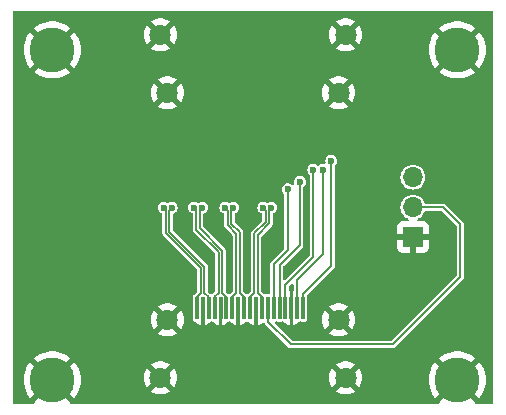
<source format=gbr>
%TF.GenerationSoftware,KiCad,Pcbnew,8.0.4*%
%TF.CreationDate,2024-07-29T14:13:33-07:00*%
%TF.ProjectId,hdmi,68646d69-2e6b-4696-9361-645f70636258,rev?*%
%TF.SameCoordinates,Original*%
%TF.FileFunction,Copper,L2,Bot*%
%TF.FilePolarity,Positive*%
%FSLAX46Y46*%
G04 Gerber Fmt 4.6, Leading zero omitted, Abs format (unit mm)*
G04 Created by KiCad (PCBNEW 8.0.4) date 2024-07-29 14:13:33*
%MOMM*%
%LPD*%
G01*
G04 APERTURE LIST*
%TA.AperFunction,ComponentPad*%
%ADD10C,1.800000*%
%TD*%
%TA.AperFunction,ComponentPad*%
%ADD11C,3.800000*%
%TD*%
%TA.AperFunction,ComponentPad*%
%ADD12R,1.700000X1.700000*%
%TD*%
%TA.AperFunction,ComponentPad*%
%ADD13O,1.700000X1.700000*%
%TD*%
%TA.AperFunction,SMDPad,CuDef*%
%ADD14R,0.300000X1.900000*%
%TD*%
%TA.AperFunction,ViaPad*%
%ADD15C,0.600000*%
%TD*%
%TA.AperFunction,Conductor*%
%ADD16C,0.200000*%
%TD*%
G04 APERTURE END LIST*
D10*
%TO.P,J1,SH,SH*%
%TO.N,GND*%
X148030000Y-86360000D03*
X147430000Y-91260000D03*
X132930000Y-91260000D03*
X132330000Y-86360000D03*
%TD*%
D11*
%TO.P,REF\u002A\u002A,1*%
%TO.N,GND*%
X123190000Y-115570000D03*
%TD*%
%TO.P,REF\u002A\u002A,1*%
%TO.N,GND*%
X123190000Y-87630000D03*
%TD*%
%TO.P,REF\u002A\u002A,1*%
%TO.N,GND*%
X157480000Y-115570000D03*
%TD*%
%TO.P,REF\u002A\u002A,1*%
%TO.N,GND*%
X157480000Y-87630000D03*
%TD*%
D12*
%TO.P,J3,1,Pin_1*%
%TO.N,GND*%
X153720800Y-103490000D03*
D13*
%TO.P,J3,2,Pin_2*%
%TO.N,Net-(J2-CEC)*%
X153720800Y-100950000D03*
%TO.P,J3,3,Pin_3*%
%TO.N,Net-(J1-CEC)*%
X153720800Y-98410000D03*
%TD*%
D14*
%TO.P,J2,1,D2+*%
%TO.N,/D2+*%
X135430000Y-109490000D03*
%TO.P,J2,2,D2S*%
%TO.N,GND*%
X135930000Y-109490000D03*
%TO.P,J2,3,D2-*%
%TO.N,/D2-*%
X136430000Y-109490000D03*
%TO.P,J2,4,D1+*%
%TO.N,/D1+*%
X136930000Y-109490000D03*
%TO.P,J2,5,D1S*%
%TO.N,GND*%
X137430000Y-109490000D03*
%TO.P,J2,6,D1-*%
%TO.N,/D1-*%
X137930000Y-109490000D03*
%TO.P,J2,7,D0+*%
%TO.N,/D0+*%
X138430000Y-109490000D03*
%TO.P,J2,8,D0S*%
%TO.N,GND*%
X138930000Y-109490000D03*
%TO.P,J2,9,D0-*%
%TO.N,/D0-*%
X139430000Y-109490000D03*
%TO.P,J2,10,CK+*%
%TO.N,/CK+*%
X139930000Y-109490000D03*
%TO.P,J2,11,CKS*%
%TO.N,GND*%
X140430000Y-109490000D03*
%TO.P,J2,12,CK-*%
%TO.N,/CK-*%
X140930000Y-109490000D03*
%TO.P,J2,13,CEC*%
%TO.N,Net-(J2-CEC)*%
X141430000Y-109490000D03*
%TO.P,J2,14,UTILITY*%
%TO.N,Net-(J1-UTILITY)*%
X141930000Y-109490000D03*
%TO.P,J2,15,SCL*%
%TO.N,Net-(J1-SCL)*%
X142430000Y-109490000D03*
%TO.P,J2,16,SDA*%
%TO.N,Net-(J1-SDA)*%
X142930000Y-109490000D03*
%TO.P,J2,17,GND*%
%TO.N,GND*%
X143430000Y-109490000D03*
%TO.P,J2,18,+5V*%
%TO.N,Net-(J1-+5V)*%
X143930000Y-109490000D03*
%TO.P,J2,19,HPD*%
%TO.N,Net-(J1-HPD)*%
X144430000Y-109490000D03*
D10*
%TO.P,J2,SH,SH*%
%TO.N,GND*%
X148030000Y-115390000D03*
X147430000Y-110490000D03*
X132930000Y-110490000D03*
X132330000Y-115390000D03*
%TD*%
D15*
%TO.N,Net-(J1-HPD)*%
X146812000Y-97028000D03*
%TO.N,Net-(J1-SDA)*%
X145288000Y-97790000D03*
%TO.N,Net-(J1-UTILITY)*%
X143129000Y-99441000D03*
%TO.N,Net-(J1-SCL)*%
X144145000Y-98806000D03*
%TO.N,/D0+*%
X137828500Y-100980000D03*
%TO.N,/D1+*%
X135188500Y-100980000D03*
%TO.N,/D2+*%
X132608500Y-100980000D03*
%TO.N,/D1-*%
X135871500Y-100980000D03*
%TO.N,/D0-*%
X138511500Y-100980000D03*
%TO.N,/D2-*%
X133291500Y-100980000D03*
%TO.N,/CK+*%
X141048500Y-100980000D03*
%TO.N,/CK-*%
X141731500Y-100980000D03*
%TO.N,Net-(J1-+5V)*%
X146088003Y-97790000D03*
%TD*%
D16*
%TO.N,Net-(J1-HPD)*%
X146812000Y-97028000D02*
X146812000Y-105918000D01*
X146812000Y-105918000D02*
X144430000Y-108300000D01*
X144430000Y-108300000D02*
X144430000Y-109490000D01*
%TO.N,Net-(J1-SDA)*%
X145288000Y-97790000D02*
X145288000Y-105156000D01*
X142930000Y-107514000D02*
X142930000Y-109490000D01*
X145288000Y-105156000D02*
X142930000Y-107514000D01*
%TO.N,Net-(J1-UTILITY)*%
X143129000Y-99441000D02*
X143129000Y-104590314D01*
X143129000Y-104590314D02*
X141930000Y-105789314D01*
X141930000Y-105789314D02*
X141930000Y-109490000D01*
%TO.N,Net-(J1-SCL)*%
X142430000Y-105855000D02*
X142430000Y-109490000D01*
X144145000Y-98806000D02*
X144145000Y-104140000D01*
X144145000Y-104140000D02*
X142430000Y-105855000D01*
%TO.N,Net-(J2-CEC)*%
X157734000Y-106883200D02*
X157734000Y-102412800D01*
X141430000Y-109490000D02*
X141430000Y-110640000D01*
X156250400Y-100950000D02*
X153720800Y-100950000D01*
X152044400Y-112572800D02*
X157734000Y-106883200D01*
X143362800Y-112572800D02*
X152044400Y-112572800D01*
X156260800Y-100939600D02*
X156250400Y-100950000D01*
X141430000Y-110640000D02*
X143362800Y-112572800D01*
X157734000Y-102412800D02*
X156260800Y-100939600D01*
%TO.N,/D0+*%
X138770001Y-103208613D02*
X138030000Y-102468612D01*
X138030000Y-102468612D02*
X138030000Y-101181500D01*
X138411501Y-108545000D02*
X138770001Y-108186500D01*
X138770001Y-108186500D02*
X138770001Y-103208613D01*
X138030000Y-101181500D02*
X137828500Y-100980000D01*
X138411501Y-109970001D02*
X138411501Y-108545000D01*
%TO.N,/D1+*%
X135390000Y-101346000D02*
X135390000Y-101181500D01*
X135390000Y-102868612D02*
X135390000Y-101346000D01*
X136911501Y-109970001D02*
X136911501Y-108545000D01*
X135390000Y-101181500D02*
X135188500Y-100980000D01*
X136911501Y-108545000D02*
X137270001Y-108186500D01*
X137270001Y-104748613D02*
X135390000Y-102868612D01*
X135390000Y-101346000D02*
X135390000Y-101170000D01*
X137270001Y-108186500D02*
X137270001Y-104748613D01*
%TO.N,/D2+*%
X132808499Y-101179999D02*
X132608500Y-100980000D01*
X135411501Y-109970001D02*
X135411501Y-108545000D01*
X132808499Y-103137111D02*
X132808499Y-101179999D01*
X135770001Y-106098613D02*
X132808499Y-103137111D01*
X135411501Y-108545000D02*
X135770001Y-108186500D01*
X135770001Y-108186500D02*
X135770001Y-106098613D01*
%TO.N,/D1-*%
X137911501Y-108545000D02*
X137553001Y-108186500D01*
X137553001Y-108186500D02*
X137553001Y-104631389D01*
X137911501Y-109970001D02*
X137911501Y-108545000D01*
X135673002Y-102751390D02*
X135673002Y-101170000D01*
X135673002Y-101170000D02*
X135681500Y-101170000D01*
X137553001Y-104631389D02*
X135673002Y-102751390D01*
X135681500Y-101170000D02*
X135871500Y-100980000D01*
%TO.N,/D0-*%
X139053001Y-103091389D02*
X138313002Y-102351390D01*
X139411501Y-109970001D02*
X139411501Y-108545000D01*
X138313002Y-102351390D02*
X138313002Y-101178498D01*
X139053001Y-108186500D02*
X139053001Y-103091389D01*
X139411501Y-108545000D02*
X139053001Y-108186500D01*
X138313002Y-101178498D02*
X138511500Y-100980000D01*
%TO.N,/D2-*%
X136411501Y-108545000D02*
X136053001Y-108186500D01*
X136053001Y-105981389D02*
X133091501Y-103019889D01*
X136053001Y-108186500D02*
X136053001Y-105981389D01*
X133091501Y-101179999D02*
X133291500Y-100980000D01*
X133091501Y-103019889D02*
X133091501Y-101179999D01*
X136411501Y-109970001D02*
X136411501Y-108545000D01*
%TO.N,/CK+*%
X141250000Y-101181500D02*
X141048500Y-100980000D01*
X140300001Y-103151389D02*
X141250000Y-102201390D01*
X139941501Y-109970001D02*
X139941501Y-108545000D01*
X139941501Y-108545000D02*
X140300001Y-108186500D01*
X141250000Y-102201390D02*
X141250000Y-101181500D01*
X140300001Y-108186500D02*
X140300001Y-103151389D01*
%TO.N,/CK-*%
X140583001Y-103268613D02*
X141533002Y-102318612D01*
X140941501Y-109970001D02*
X140941501Y-108545000D01*
X140941501Y-108545000D02*
X140583001Y-108186500D01*
X141533002Y-102318612D02*
X141533002Y-101178498D01*
X140583001Y-108186500D02*
X140583001Y-103268613D01*
X141533002Y-101178498D02*
X141731500Y-100980000D01*
%TO.N,Net-(J1-+5V)*%
X146088003Y-104921683D02*
X143930000Y-107079686D01*
X143930000Y-107079686D02*
X143930000Y-109490000D01*
X146088003Y-97790000D02*
X146088003Y-104921683D01*
%TD*%
%TA.AperFunction,Conductor*%
%TO.N,GND*%
G36*
X160478539Y-84340185D02*
G01*
X160524294Y-84392989D01*
X160535500Y-84444500D01*
X160535500Y-117485500D01*
X160515815Y-117552539D01*
X160463011Y-117598294D01*
X160411500Y-117609500D01*
X159114000Y-117609500D01*
X159046961Y-117589815D01*
X159001206Y-117537011D01*
X158990382Y-117475772D01*
X158993434Y-117436987D01*
X158062737Y-116506290D01*
X158196602Y-116409033D01*
X158319033Y-116286602D01*
X158416290Y-116152737D01*
X159344687Y-117081134D01*
X159425486Y-116983464D01*
X159587292Y-116728497D01*
X159587295Y-116728491D01*
X159715872Y-116455252D01*
X159715874Y-116455247D01*
X159809194Y-116168040D01*
X159865783Y-115871390D01*
X159865784Y-115871383D01*
X159884745Y-115570005D01*
X159884745Y-115569994D01*
X159865784Y-115268616D01*
X159865783Y-115268609D01*
X159809194Y-114971959D01*
X159715874Y-114684752D01*
X159715872Y-114684747D01*
X159587295Y-114411508D01*
X159587292Y-114411502D01*
X159425483Y-114156530D01*
X159344686Y-114058864D01*
X158416289Y-114987261D01*
X158319033Y-114853398D01*
X158196602Y-114730967D01*
X158062736Y-114633709D01*
X158993434Y-113703011D01*
X158993433Y-113703009D01*
X158768538Y-113539614D01*
X158768520Y-113539602D01*
X158503890Y-113394121D01*
X158503882Y-113394117D01*
X158223110Y-113282952D01*
X158223107Y-113282951D01*
X157930600Y-113207849D01*
X157631004Y-113170000D01*
X157328995Y-113170000D01*
X157029399Y-113207849D01*
X156736892Y-113282951D01*
X156736889Y-113282952D01*
X156456117Y-113394117D01*
X156456109Y-113394121D01*
X156191476Y-113539604D01*
X156191471Y-113539607D01*
X155966565Y-113703010D01*
X155966564Y-113703011D01*
X156897262Y-114633709D01*
X156763398Y-114730967D01*
X156640967Y-114853398D01*
X156543709Y-114987262D01*
X155615311Y-114058864D01*
X155534520Y-114156525D01*
X155534518Y-114156528D01*
X155372707Y-114411502D01*
X155372704Y-114411508D01*
X155244127Y-114684747D01*
X155244125Y-114684752D01*
X155150805Y-114971959D01*
X155094216Y-115268609D01*
X155094215Y-115268616D01*
X155075255Y-115569994D01*
X155075255Y-115570005D01*
X155094215Y-115871383D01*
X155094216Y-115871390D01*
X155150805Y-116168040D01*
X155244125Y-116455247D01*
X155244127Y-116455252D01*
X155372704Y-116728491D01*
X155372707Y-116728497D01*
X155534516Y-116983469D01*
X155615311Y-117081133D01*
X156543708Y-116152736D01*
X156640967Y-116286602D01*
X156763398Y-116409033D01*
X156897262Y-116506290D01*
X155966564Y-117436987D01*
X155969617Y-117475772D01*
X155955252Y-117544149D01*
X155906201Y-117593905D01*
X155845999Y-117609500D01*
X124824000Y-117609500D01*
X124756961Y-117589815D01*
X124711206Y-117537011D01*
X124700382Y-117475772D01*
X124703434Y-117436987D01*
X123772737Y-116506290D01*
X123906602Y-116409033D01*
X124029033Y-116286602D01*
X124126290Y-116152737D01*
X125054687Y-117081134D01*
X125135486Y-116983464D01*
X125297292Y-116728497D01*
X125297295Y-116728491D01*
X125425872Y-116455252D01*
X125425874Y-116455247D01*
X125519194Y-116168040D01*
X125575783Y-115871390D01*
X125575784Y-115871383D01*
X125594745Y-115570005D01*
X125594745Y-115569994D01*
X125583420Y-115389994D01*
X130925202Y-115389994D01*
X130925202Y-115390005D01*
X130944361Y-115621218D01*
X131001317Y-115846135D01*
X131094515Y-116058606D01*
X131178812Y-116187633D01*
X131728958Y-115637487D01*
X131753978Y-115697890D01*
X131825112Y-115804351D01*
X131915649Y-115894888D01*
X132022110Y-115966022D01*
X132082511Y-115991041D01*
X131531201Y-116542351D01*
X131561649Y-116566050D01*
X131765697Y-116676476D01*
X131765706Y-116676479D01*
X131985139Y-116751811D01*
X132213993Y-116790000D01*
X132446007Y-116790000D01*
X132674860Y-116751811D01*
X132894293Y-116676479D01*
X132894301Y-116676476D01*
X133098355Y-116566047D01*
X133128797Y-116542351D01*
X133128798Y-116542350D01*
X132577489Y-115991041D01*
X132637890Y-115966022D01*
X132744351Y-115894888D01*
X132834888Y-115804351D01*
X132906022Y-115697890D01*
X132931041Y-115637488D01*
X133481186Y-116187633D01*
X133565482Y-116058611D01*
X133658682Y-115846135D01*
X133715638Y-115621218D01*
X133734798Y-115390005D01*
X133734798Y-115389994D01*
X146625202Y-115389994D01*
X146625202Y-115390005D01*
X146644361Y-115621218D01*
X146701317Y-115846135D01*
X146794515Y-116058606D01*
X146878812Y-116187633D01*
X147428958Y-115637487D01*
X147453978Y-115697890D01*
X147525112Y-115804351D01*
X147615649Y-115894888D01*
X147722110Y-115966022D01*
X147782511Y-115991041D01*
X147231201Y-116542351D01*
X147261649Y-116566050D01*
X147465697Y-116676476D01*
X147465706Y-116676479D01*
X147685139Y-116751811D01*
X147913993Y-116790000D01*
X148146007Y-116790000D01*
X148374860Y-116751811D01*
X148594293Y-116676479D01*
X148594301Y-116676476D01*
X148798355Y-116566047D01*
X148828797Y-116542351D01*
X148828798Y-116542350D01*
X148277489Y-115991041D01*
X148337890Y-115966022D01*
X148444351Y-115894888D01*
X148534888Y-115804351D01*
X148606022Y-115697890D01*
X148631041Y-115637488D01*
X149181186Y-116187633D01*
X149265482Y-116058611D01*
X149358682Y-115846135D01*
X149415638Y-115621218D01*
X149434798Y-115390005D01*
X149434798Y-115389994D01*
X149415638Y-115158781D01*
X149358682Y-114933864D01*
X149265484Y-114721393D01*
X149181186Y-114592365D01*
X148631041Y-115142510D01*
X148606022Y-115082110D01*
X148534888Y-114975649D01*
X148444351Y-114885112D01*
X148337890Y-114813978D01*
X148277487Y-114788958D01*
X148828797Y-114237647D01*
X148828797Y-114237645D01*
X148798360Y-114213955D01*
X148798354Y-114213951D01*
X148594302Y-114103523D01*
X148594293Y-114103520D01*
X148374860Y-114028188D01*
X148146007Y-113990000D01*
X147913993Y-113990000D01*
X147685139Y-114028188D01*
X147465706Y-114103520D01*
X147465697Y-114103523D01*
X147261650Y-114213949D01*
X147231200Y-114237647D01*
X147782511Y-114788958D01*
X147722110Y-114813978D01*
X147615649Y-114885112D01*
X147525112Y-114975649D01*
X147453978Y-115082110D01*
X147428958Y-115142512D01*
X146878811Y-114592365D01*
X146794516Y-114721390D01*
X146701317Y-114933864D01*
X146644361Y-115158781D01*
X146625202Y-115389994D01*
X133734798Y-115389994D01*
X133715638Y-115158781D01*
X133658682Y-114933864D01*
X133565484Y-114721393D01*
X133481186Y-114592365D01*
X132931041Y-115142510D01*
X132906022Y-115082110D01*
X132834888Y-114975649D01*
X132744351Y-114885112D01*
X132637890Y-114813978D01*
X132577487Y-114788958D01*
X133128797Y-114237647D01*
X133128797Y-114237645D01*
X133098360Y-114213955D01*
X133098354Y-114213951D01*
X132894302Y-114103523D01*
X132894293Y-114103520D01*
X132674860Y-114028188D01*
X132446007Y-113990000D01*
X132213993Y-113990000D01*
X131985139Y-114028188D01*
X131765706Y-114103520D01*
X131765697Y-114103523D01*
X131561650Y-114213949D01*
X131531200Y-114237647D01*
X132082511Y-114788958D01*
X132022110Y-114813978D01*
X131915649Y-114885112D01*
X131825112Y-114975649D01*
X131753978Y-115082110D01*
X131728958Y-115142512D01*
X131178811Y-114592365D01*
X131094516Y-114721390D01*
X131001317Y-114933864D01*
X130944361Y-115158781D01*
X130925202Y-115389994D01*
X125583420Y-115389994D01*
X125575784Y-115268616D01*
X125575783Y-115268609D01*
X125519194Y-114971959D01*
X125425874Y-114684752D01*
X125425872Y-114684747D01*
X125297295Y-114411508D01*
X125297292Y-114411502D01*
X125135483Y-114156530D01*
X125054686Y-114058864D01*
X124126289Y-114987261D01*
X124029033Y-114853398D01*
X123906602Y-114730967D01*
X123772736Y-114633709D01*
X124703434Y-113703011D01*
X124703433Y-113703009D01*
X124478538Y-113539614D01*
X124478520Y-113539602D01*
X124213890Y-113394121D01*
X124213882Y-113394117D01*
X123933110Y-113282952D01*
X123933107Y-113282951D01*
X123640600Y-113207849D01*
X123341004Y-113170000D01*
X123038995Y-113170000D01*
X122739399Y-113207849D01*
X122446892Y-113282951D01*
X122446889Y-113282952D01*
X122166117Y-113394117D01*
X122166109Y-113394121D01*
X121901476Y-113539604D01*
X121901471Y-113539607D01*
X121676565Y-113703010D01*
X121676564Y-113703011D01*
X122607262Y-114633709D01*
X122473398Y-114730967D01*
X122350967Y-114853398D01*
X122253709Y-114987262D01*
X121325311Y-114058864D01*
X121244520Y-114156525D01*
X121244518Y-114156528D01*
X121082707Y-114411502D01*
X121082704Y-114411508D01*
X120954127Y-114684747D01*
X120954125Y-114684752D01*
X120860805Y-114971959D01*
X120804216Y-115268609D01*
X120804215Y-115268616D01*
X120785255Y-115569994D01*
X120785255Y-115570005D01*
X120804215Y-115871383D01*
X120804216Y-115871390D01*
X120860805Y-116168040D01*
X120954125Y-116455247D01*
X120954127Y-116455252D01*
X121082704Y-116728491D01*
X121082707Y-116728497D01*
X121244516Y-116983469D01*
X121325311Y-117081133D01*
X122253708Y-116152736D01*
X122350967Y-116286602D01*
X122473398Y-116409033D01*
X122607262Y-116506290D01*
X121676564Y-117436987D01*
X121679617Y-117475772D01*
X121665252Y-117544149D01*
X121616201Y-117593905D01*
X121555999Y-117609500D01*
X120004500Y-117609500D01*
X119937461Y-117589815D01*
X119891706Y-117537011D01*
X119880500Y-117485500D01*
X119880500Y-110489994D01*
X131525202Y-110489994D01*
X131525202Y-110490005D01*
X131544361Y-110721218D01*
X131601317Y-110946135D01*
X131694515Y-111158606D01*
X131778812Y-111287633D01*
X132328958Y-110737487D01*
X132353978Y-110797890D01*
X132425112Y-110904351D01*
X132515649Y-110994888D01*
X132622110Y-111066022D01*
X132682511Y-111091041D01*
X132131201Y-111642351D01*
X132161649Y-111666050D01*
X132365697Y-111776476D01*
X132365706Y-111776479D01*
X132585139Y-111851811D01*
X132813993Y-111890000D01*
X133046007Y-111890000D01*
X133274860Y-111851811D01*
X133494293Y-111776479D01*
X133494301Y-111776476D01*
X133698355Y-111666047D01*
X133728797Y-111642351D01*
X133728798Y-111642350D01*
X133177489Y-111091041D01*
X133237890Y-111066022D01*
X133344351Y-110994888D01*
X133434888Y-110904351D01*
X133506022Y-110797890D01*
X133531041Y-110737488D01*
X134081186Y-111287633D01*
X134165482Y-111158611D01*
X134258682Y-110946135D01*
X134315638Y-110721218D01*
X134334798Y-110490005D01*
X134334798Y-110489994D01*
X134315638Y-110258781D01*
X134258682Y-110033864D01*
X134165484Y-109821393D01*
X134081186Y-109692365D01*
X133531041Y-110242510D01*
X133506022Y-110182110D01*
X133434888Y-110075649D01*
X133344351Y-109985112D01*
X133237890Y-109913978D01*
X133177487Y-109888958D01*
X133728797Y-109337647D01*
X133728797Y-109337645D01*
X133698360Y-109313955D01*
X133698354Y-109313951D01*
X133494302Y-109203523D01*
X133494293Y-109203520D01*
X133274860Y-109128188D01*
X133046007Y-109090000D01*
X132813993Y-109090000D01*
X132585139Y-109128188D01*
X132365706Y-109203520D01*
X132365697Y-109203523D01*
X132161650Y-109313949D01*
X132131200Y-109337647D01*
X132682511Y-109888958D01*
X132622110Y-109913978D01*
X132515649Y-109985112D01*
X132425112Y-110075649D01*
X132353978Y-110182110D01*
X132328958Y-110242512D01*
X131778811Y-109692365D01*
X131694516Y-109821390D01*
X131601317Y-110033864D01*
X131544361Y-110258781D01*
X131525202Y-110489994D01*
X119880500Y-110489994D01*
X119880500Y-100980000D01*
X132102853Y-100980000D01*
X132123334Y-101122456D01*
X132181811Y-101250500D01*
X132183123Y-101253373D01*
X132277372Y-101362143D01*
X132398447Y-101439953D01*
X132418932Y-101445967D01*
X132477710Y-101483740D01*
X132506736Y-101547295D01*
X132507999Y-101564945D01*
X132507999Y-103176673D01*
X132528478Y-103253100D01*
X132567327Y-103320389D01*
X132567330Y-103320394D01*
X132567329Y-103320394D01*
X132568034Y-103321615D01*
X132568037Y-103321619D01*
X132568039Y-103321622D01*
X132568042Y-103321625D01*
X135433182Y-106186765D01*
X135466667Y-106248088D01*
X135469501Y-106274446D01*
X135469501Y-108010667D01*
X135449816Y-108077706D01*
X135433182Y-108098348D01*
X135171044Y-108360485D01*
X135166093Y-108366938D01*
X135164104Y-108365411D01*
X135144023Y-108386751D01*
X135144084Y-108386812D01*
X135142089Y-108388806D01*
X135136509Y-108394737D01*
X135135455Y-108395441D01*
X135135446Y-108395450D01*
X135091132Y-108461768D01*
X135091131Y-108461770D01*
X135079500Y-108520247D01*
X135079500Y-110459752D01*
X135091131Y-110518229D01*
X135091132Y-110518230D01*
X135135447Y-110584552D01*
X135201769Y-110628867D01*
X135201770Y-110628868D01*
X135266226Y-110641689D01*
X135265685Y-110644404D01*
X135319416Y-110666027D01*
X135341856Y-110689048D01*
X135422812Y-110797190D01*
X135537906Y-110883350D01*
X135537913Y-110883354D01*
X135672620Y-110933596D01*
X135672627Y-110933598D01*
X135732155Y-110939999D01*
X135732172Y-110940000D01*
X135780000Y-110940000D01*
X135780000Y-110470915D01*
X135780500Y-110460747D01*
X135780500Y-109464000D01*
X135800185Y-109396961D01*
X135852989Y-109351206D01*
X135904500Y-109340000D01*
X135955500Y-109340000D01*
X136022539Y-109359685D01*
X136068294Y-109412489D01*
X136079500Y-109464000D01*
X136079500Y-110460747D01*
X136080000Y-110470915D01*
X136080000Y-110940000D01*
X136127828Y-110940000D01*
X136127844Y-110939999D01*
X136187372Y-110933598D01*
X136187379Y-110933596D01*
X136322086Y-110883354D01*
X136322093Y-110883350D01*
X136437186Y-110797190D01*
X136518142Y-110689049D01*
X136574076Y-110647178D01*
X136593952Y-110642589D01*
X136593773Y-110641689D01*
X136655808Y-110629349D01*
X136704192Y-110629349D01*
X136766227Y-110641689D01*
X136765686Y-110644405D01*
X136819416Y-110666027D01*
X136841856Y-110689048D01*
X136922812Y-110797190D01*
X137037906Y-110883350D01*
X137037913Y-110883354D01*
X137172620Y-110933596D01*
X137172627Y-110933598D01*
X137232155Y-110939999D01*
X137232172Y-110940000D01*
X137280000Y-110940000D01*
X137280000Y-110470915D01*
X137280500Y-110460747D01*
X137280500Y-109464000D01*
X137300185Y-109396961D01*
X137352989Y-109351206D01*
X137404500Y-109340000D01*
X137455500Y-109340000D01*
X137522539Y-109359685D01*
X137568294Y-109412489D01*
X137579500Y-109464000D01*
X137579500Y-110460747D01*
X137580000Y-110470915D01*
X137580000Y-110940000D01*
X137627828Y-110940000D01*
X137627844Y-110939999D01*
X137687372Y-110933598D01*
X137687379Y-110933596D01*
X137822086Y-110883354D01*
X137822093Y-110883350D01*
X137937186Y-110797190D01*
X138018142Y-110689049D01*
X138074076Y-110647178D01*
X138093952Y-110642589D01*
X138093773Y-110641689D01*
X138155808Y-110629349D01*
X138204192Y-110629349D01*
X138266227Y-110641689D01*
X138265686Y-110644405D01*
X138319416Y-110666027D01*
X138341856Y-110689048D01*
X138422812Y-110797190D01*
X138537906Y-110883350D01*
X138537913Y-110883354D01*
X138672620Y-110933596D01*
X138672627Y-110933598D01*
X138732155Y-110939999D01*
X138732172Y-110940000D01*
X138780000Y-110940000D01*
X138780000Y-110470915D01*
X138780500Y-110460747D01*
X138780500Y-109464000D01*
X138800185Y-109396961D01*
X138852989Y-109351206D01*
X138904500Y-109340000D01*
X138955500Y-109340000D01*
X139022539Y-109359685D01*
X139068294Y-109412489D01*
X139079500Y-109464000D01*
X139079500Y-110460747D01*
X139080000Y-110470915D01*
X139080000Y-110940000D01*
X139127828Y-110940000D01*
X139127844Y-110939999D01*
X139187372Y-110933598D01*
X139187379Y-110933596D01*
X139322086Y-110883354D01*
X139322093Y-110883350D01*
X139437186Y-110797190D01*
X139518142Y-110689049D01*
X139574076Y-110647178D01*
X139593952Y-110642589D01*
X139593773Y-110641689D01*
X139655808Y-110629349D01*
X139704192Y-110629349D01*
X139766227Y-110641689D01*
X139765686Y-110644405D01*
X139819416Y-110666027D01*
X139841856Y-110689048D01*
X139922812Y-110797190D01*
X140037906Y-110883350D01*
X140037913Y-110883354D01*
X140172620Y-110933596D01*
X140172627Y-110933598D01*
X140232155Y-110939999D01*
X140232172Y-110940000D01*
X140280000Y-110940000D01*
X140280000Y-110470915D01*
X140280500Y-110460747D01*
X140280500Y-109464000D01*
X140300185Y-109396961D01*
X140352989Y-109351206D01*
X140404500Y-109340000D01*
X140455500Y-109340000D01*
X140522539Y-109359685D01*
X140568294Y-109412489D01*
X140579500Y-109464000D01*
X140579500Y-110460747D01*
X140580000Y-110470915D01*
X140580000Y-110940000D01*
X140627828Y-110940000D01*
X140627844Y-110939999D01*
X140687372Y-110933598D01*
X140687379Y-110933596D01*
X140822086Y-110883354D01*
X140822093Y-110883350D01*
X140937186Y-110797191D01*
X140958095Y-110769261D01*
X141014029Y-110727390D01*
X141083720Y-110722406D01*
X141145043Y-110755891D01*
X141164749Y-110781572D01*
X141189537Y-110824507D01*
X141189539Y-110824510D01*
X141189540Y-110824511D01*
X143122340Y-112757311D01*
X143178289Y-112813260D01*
X143178291Y-112813261D01*
X143178295Y-112813264D01*
X143246804Y-112852817D01*
X143246811Y-112852821D01*
X143323238Y-112873300D01*
X143323240Y-112873300D01*
X152083960Y-112873300D01*
X152083962Y-112873300D01*
X152160389Y-112852821D01*
X152228911Y-112813260D01*
X152284860Y-112757311D01*
X157974460Y-107067711D01*
X157990387Y-107040124D01*
X158014021Y-106999189D01*
X158034500Y-106922762D01*
X158034500Y-102373238D01*
X158014021Y-102296811D01*
X157994638Y-102263238D01*
X157974464Y-102228295D01*
X157974458Y-102228287D01*
X156445310Y-100699139D01*
X156416348Y-100682418D01*
X156376788Y-100659579D01*
X156300362Y-100639100D01*
X156221238Y-100639100D01*
X156221237Y-100639100D01*
X156198192Y-100645275D01*
X156166099Y-100649500D01*
X154819379Y-100649500D01*
X154752340Y-100629815D01*
X154706585Y-100577011D01*
X154700719Y-100561497D01*
X154700477Y-100560701D01*
X154696032Y-100546046D01*
X154598485Y-100363550D01*
X154546502Y-100300209D01*
X154467210Y-100203589D01*
X154307252Y-100072317D01*
X154307253Y-100072317D01*
X154307250Y-100072315D01*
X154124754Y-99974768D01*
X153926734Y-99914700D01*
X153926732Y-99914699D01*
X153926734Y-99914699D01*
X153720800Y-99894417D01*
X153514867Y-99914699D01*
X153316843Y-99974769D01*
X153206698Y-100033643D01*
X153134350Y-100072315D01*
X153134348Y-100072316D01*
X153134347Y-100072317D01*
X152974389Y-100203589D01*
X152843117Y-100363547D01*
X152745569Y-100546043D01*
X152685499Y-100744067D01*
X152665217Y-100950000D01*
X152685499Y-101155932D01*
X152685500Y-101155934D01*
X152745568Y-101353954D01*
X152843115Y-101536450D01*
X152843117Y-101536452D01*
X152974389Y-101696410D01*
X153071009Y-101775702D01*
X153134350Y-101827685D01*
X153282067Y-101906642D01*
X153331911Y-101955605D01*
X153347371Y-102023743D01*
X153323539Y-102089422D01*
X153267981Y-102131791D01*
X153223613Y-102140000D01*
X152822955Y-102140000D01*
X152763427Y-102146401D01*
X152763420Y-102146403D01*
X152628713Y-102196645D01*
X152628706Y-102196649D01*
X152513612Y-102282809D01*
X152513609Y-102282812D01*
X152427449Y-102397906D01*
X152427445Y-102397913D01*
X152377203Y-102532620D01*
X152377201Y-102532627D01*
X152370800Y-102592155D01*
X152370800Y-103240000D01*
X153287788Y-103240000D01*
X153254875Y-103297007D01*
X153220800Y-103424174D01*
X153220800Y-103555826D01*
X153254875Y-103682993D01*
X153287788Y-103740000D01*
X152370800Y-103740000D01*
X152370800Y-104387844D01*
X152377201Y-104447372D01*
X152377203Y-104447379D01*
X152427445Y-104582086D01*
X152427449Y-104582093D01*
X152513609Y-104697187D01*
X152513612Y-104697190D01*
X152628706Y-104783350D01*
X152628713Y-104783354D01*
X152763420Y-104833596D01*
X152763427Y-104833598D01*
X152822955Y-104839999D01*
X152822972Y-104840000D01*
X153470800Y-104840000D01*
X153470800Y-103923012D01*
X153527807Y-103955925D01*
X153654974Y-103990000D01*
X153786626Y-103990000D01*
X153913793Y-103955925D01*
X153970800Y-103923012D01*
X153970800Y-104840000D01*
X154618628Y-104840000D01*
X154618644Y-104839999D01*
X154678172Y-104833598D01*
X154678179Y-104833596D01*
X154812886Y-104783354D01*
X154812893Y-104783350D01*
X154927987Y-104697190D01*
X154927990Y-104697187D01*
X155014150Y-104582093D01*
X155014154Y-104582086D01*
X155064396Y-104447379D01*
X155064398Y-104447372D01*
X155070799Y-104387844D01*
X155070800Y-104387827D01*
X155070800Y-103740000D01*
X154153812Y-103740000D01*
X154186725Y-103682993D01*
X154220800Y-103555826D01*
X154220800Y-103424174D01*
X154186725Y-103297007D01*
X154153812Y-103240000D01*
X155070800Y-103240000D01*
X155070800Y-102592172D01*
X155070799Y-102592155D01*
X155064398Y-102532627D01*
X155064396Y-102532620D01*
X155014154Y-102397913D01*
X155014150Y-102397906D01*
X154927990Y-102282812D01*
X154927987Y-102282809D01*
X154812893Y-102196649D01*
X154812886Y-102196645D01*
X154678179Y-102146403D01*
X154678172Y-102146401D01*
X154618644Y-102140000D01*
X154217987Y-102140000D01*
X154150948Y-102120315D01*
X154105193Y-102067511D01*
X154095249Y-101998353D01*
X154124274Y-101934797D01*
X154159533Y-101906642D01*
X154307250Y-101827685D01*
X154467210Y-101696410D01*
X154598485Y-101536450D01*
X154696032Y-101353954D01*
X154700719Y-101338503D01*
X154739017Y-101280065D01*
X154802830Y-101251609D01*
X154819379Y-101250500D01*
X156095367Y-101250500D01*
X156162406Y-101270185D01*
X156183048Y-101286819D01*
X157397181Y-102500952D01*
X157430666Y-102562275D01*
X157433500Y-102588633D01*
X157433500Y-106707367D01*
X157413815Y-106774406D01*
X157397181Y-106795048D01*
X151956248Y-112235981D01*
X151894925Y-112269466D01*
X151868567Y-112272300D01*
X143538633Y-112272300D01*
X143471594Y-112252615D01*
X143450952Y-112235981D01*
X142060039Y-110845068D01*
X142026554Y-110783745D01*
X142031538Y-110714053D01*
X142073410Y-110658120D01*
X142123528Y-110635770D01*
X142155808Y-110629349D01*
X142204192Y-110629349D01*
X142260249Y-110640500D01*
X142260252Y-110640500D01*
X142599750Y-110640500D01*
X142655808Y-110629349D01*
X142704192Y-110629349D01*
X142766227Y-110641689D01*
X142765686Y-110644405D01*
X142819416Y-110666027D01*
X142841856Y-110689048D01*
X142922812Y-110797190D01*
X143037906Y-110883350D01*
X143037913Y-110883354D01*
X143172620Y-110933596D01*
X143172627Y-110933598D01*
X143232155Y-110939999D01*
X143232172Y-110940000D01*
X143280000Y-110940000D01*
X143280000Y-110470915D01*
X143280500Y-110460747D01*
X143280500Y-108519262D01*
X143280000Y-108509084D01*
X143280000Y-108040000D01*
X143266819Y-108026819D01*
X143233334Y-107965496D01*
X143230500Y-107939138D01*
X143230500Y-107689833D01*
X143250185Y-107622794D01*
X143266819Y-107602152D01*
X143417819Y-107451152D01*
X143479142Y-107417667D01*
X143548834Y-107422651D01*
X143604767Y-107464523D01*
X143629184Y-107529987D01*
X143629500Y-107538833D01*
X143629500Y-107939138D01*
X143609815Y-108006177D01*
X143593181Y-108026819D01*
X143580000Y-108040000D01*
X143580000Y-108509084D01*
X143579500Y-108519262D01*
X143579500Y-110460747D01*
X143580000Y-110470915D01*
X143580000Y-110940000D01*
X143627828Y-110940000D01*
X143627844Y-110939999D01*
X143687372Y-110933598D01*
X143687379Y-110933596D01*
X143822086Y-110883354D01*
X143822093Y-110883350D01*
X143937186Y-110797190D01*
X144018142Y-110689049D01*
X144074076Y-110647178D01*
X144093952Y-110642589D01*
X144093773Y-110641689D01*
X144155808Y-110629349D01*
X144204192Y-110629349D01*
X144260249Y-110640500D01*
X144260252Y-110640500D01*
X144599750Y-110640500D01*
X144599751Y-110640499D01*
X144614568Y-110637552D01*
X144658229Y-110628868D01*
X144658229Y-110628867D01*
X144658231Y-110628867D01*
X144724552Y-110584552D01*
X144768867Y-110518231D01*
X144768867Y-110518229D01*
X144768868Y-110518229D01*
X144774484Y-110489994D01*
X146025202Y-110489994D01*
X146025202Y-110490005D01*
X146044361Y-110721218D01*
X146101317Y-110946135D01*
X146194515Y-111158606D01*
X146278812Y-111287633D01*
X146828958Y-110737487D01*
X146853978Y-110797890D01*
X146925112Y-110904351D01*
X147015649Y-110994888D01*
X147122110Y-111066022D01*
X147182511Y-111091041D01*
X146631201Y-111642351D01*
X146661649Y-111666050D01*
X146865697Y-111776476D01*
X146865706Y-111776479D01*
X147085139Y-111851811D01*
X147313993Y-111890000D01*
X147546007Y-111890000D01*
X147774860Y-111851811D01*
X147994293Y-111776479D01*
X147994301Y-111776476D01*
X148198355Y-111666047D01*
X148228797Y-111642351D01*
X148228798Y-111642350D01*
X147677489Y-111091041D01*
X147737890Y-111066022D01*
X147844351Y-110994888D01*
X147934888Y-110904351D01*
X148006022Y-110797890D01*
X148031041Y-110737488D01*
X148581186Y-111287633D01*
X148665482Y-111158611D01*
X148758682Y-110946135D01*
X148815638Y-110721218D01*
X148834798Y-110490005D01*
X148834798Y-110489994D01*
X148815638Y-110258781D01*
X148758682Y-110033864D01*
X148665484Y-109821393D01*
X148581186Y-109692365D01*
X148031041Y-110242510D01*
X148006022Y-110182110D01*
X147934888Y-110075649D01*
X147844351Y-109985112D01*
X147737890Y-109913978D01*
X147677487Y-109888958D01*
X148228797Y-109337647D01*
X148228797Y-109337645D01*
X148198360Y-109313955D01*
X148198354Y-109313951D01*
X147994302Y-109203523D01*
X147994293Y-109203520D01*
X147774860Y-109128188D01*
X147546007Y-109090000D01*
X147313993Y-109090000D01*
X147085139Y-109128188D01*
X146865706Y-109203520D01*
X146865697Y-109203523D01*
X146661650Y-109313949D01*
X146631200Y-109337647D01*
X147182511Y-109888958D01*
X147122110Y-109913978D01*
X147015649Y-109985112D01*
X146925112Y-110075649D01*
X146853978Y-110182110D01*
X146828958Y-110242512D01*
X146278811Y-109692365D01*
X146194516Y-109821390D01*
X146101317Y-110033864D01*
X146044361Y-110258781D01*
X146025202Y-110489994D01*
X144774484Y-110489994D01*
X144780499Y-110459752D01*
X144780500Y-110459750D01*
X144780500Y-108520249D01*
X144780499Y-108520247D01*
X144769244Y-108463661D01*
X144775471Y-108394070D01*
X144803178Y-108351791D01*
X147052460Y-106102511D01*
X147092022Y-106033988D01*
X147112500Y-105957562D01*
X147112500Y-105878438D01*
X147112500Y-98410000D01*
X152665217Y-98410000D01*
X152685499Y-98615932D01*
X152685500Y-98615934D01*
X152745568Y-98813954D01*
X152843115Y-98996450D01*
X152843117Y-98996452D01*
X152974389Y-99156410D01*
X153037041Y-99207826D01*
X153134350Y-99287685D01*
X153316846Y-99385232D01*
X153514866Y-99445300D01*
X153514865Y-99445300D01*
X153533329Y-99447118D01*
X153720800Y-99465583D01*
X153926734Y-99445300D01*
X154124754Y-99385232D01*
X154307250Y-99287685D01*
X154467210Y-99156410D01*
X154598485Y-98996450D01*
X154696032Y-98813954D01*
X154756100Y-98615934D01*
X154776383Y-98410000D01*
X154756100Y-98204066D01*
X154696032Y-98006046D01*
X154598485Y-97823550D01*
X154546502Y-97760209D01*
X154467210Y-97663589D01*
X154307252Y-97532317D01*
X154307253Y-97532317D01*
X154307250Y-97532315D01*
X154124754Y-97434768D01*
X153926734Y-97374700D01*
X153926732Y-97374699D01*
X153926734Y-97374699D01*
X153720800Y-97354417D01*
X153514867Y-97374699D01*
X153316843Y-97434769D01*
X153218490Y-97487341D01*
X153134350Y-97532315D01*
X153134348Y-97532316D01*
X153134347Y-97532317D01*
X152974389Y-97663589D01*
X152843117Y-97823547D01*
X152745569Y-98006043D01*
X152685499Y-98204067D01*
X152665217Y-98410000D01*
X147112500Y-98410000D01*
X147112500Y-97491738D01*
X147132185Y-97424699D01*
X147142787Y-97410535D01*
X147143124Y-97410144D01*
X147143128Y-97410143D01*
X147237377Y-97301373D01*
X147297165Y-97170457D01*
X147317647Y-97028000D01*
X147297165Y-96885543D01*
X147237377Y-96754627D01*
X147143128Y-96645857D01*
X147022053Y-96568047D01*
X147022051Y-96568046D01*
X147022049Y-96568045D01*
X147022050Y-96568045D01*
X146883963Y-96527500D01*
X146883961Y-96527500D01*
X146740039Y-96527500D01*
X146740036Y-96527500D01*
X146601949Y-96568045D01*
X146480873Y-96645856D01*
X146386623Y-96754626D01*
X146386622Y-96754628D01*
X146326834Y-96885543D01*
X146306353Y-97028000D01*
X146324601Y-97154920D01*
X146314657Y-97224079D01*
X146268902Y-97276883D01*
X146201863Y-97296567D01*
X146166932Y-97291545D01*
X146159967Y-97289500D01*
X146159964Y-97289500D01*
X146016042Y-97289500D01*
X146016039Y-97289500D01*
X145877952Y-97330045D01*
X145755040Y-97409036D01*
X145688001Y-97428720D01*
X145620962Y-97409035D01*
X145498055Y-97330047D01*
X145498050Y-97330045D01*
X145359963Y-97289500D01*
X145359961Y-97289500D01*
X145216039Y-97289500D01*
X145216036Y-97289500D01*
X145077949Y-97330045D01*
X144956873Y-97407856D01*
X144956872Y-97407856D01*
X144956872Y-97407857D01*
X144954891Y-97410143D01*
X144862623Y-97516626D01*
X144862622Y-97516628D01*
X144802834Y-97647543D01*
X144782353Y-97790000D01*
X144802834Y-97932456D01*
X144836441Y-98006043D01*
X144862623Y-98063373D01*
X144956872Y-98172143D01*
X144956875Y-98172144D01*
X144957213Y-98172535D01*
X144986238Y-98236091D01*
X144987500Y-98253738D01*
X144987500Y-104980167D01*
X144967815Y-105047206D01*
X144951181Y-105067848D01*
X142942181Y-107076848D01*
X142880858Y-107110333D01*
X142811166Y-107105349D01*
X142755233Y-107063477D01*
X142730816Y-106998013D01*
X142730500Y-106989167D01*
X142730500Y-106030833D01*
X142750185Y-105963794D01*
X142766819Y-105943152D01*
X143575133Y-105134838D01*
X144385460Y-104324511D01*
X144386431Y-104322827D01*
X144405483Y-104289831D01*
X144405486Y-104289822D01*
X144405492Y-104289814D01*
X144425021Y-104255989D01*
X144445500Y-104179562D01*
X144445500Y-99269738D01*
X144465185Y-99202699D01*
X144475787Y-99188535D01*
X144476124Y-99188144D01*
X144476128Y-99188143D01*
X144570377Y-99079373D01*
X144630165Y-98948457D01*
X144650647Y-98806000D01*
X144630165Y-98663543D01*
X144570377Y-98532627D01*
X144476128Y-98423857D01*
X144355053Y-98346047D01*
X144355051Y-98346046D01*
X144355049Y-98346045D01*
X144355050Y-98346045D01*
X144216963Y-98305500D01*
X144216961Y-98305500D01*
X144073039Y-98305500D01*
X144073036Y-98305500D01*
X143934949Y-98346045D01*
X143813873Y-98423856D01*
X143719623Y-98532626D01*
X143719622Y-98532628D01*
X143659834Y-98663543D01*
X143639353Y-98806000D01*
X143659074Y-98943170D01*
X143649130Y-99012328D01*
X143603375Y-99065132D01*
X143536335Y-99084816D01*
X143469296Y-99065131D01*
X143465689Y-99062431D01*
X143387727Y-99012328D01*
X143339053Y-98981047D01*
X143339051Y-98981046D01*
X143339049Y-98981045D01*
X143339050Y-98981045D01*
X143200963Y-98940500D01*
X143200961Y-98940500D01*
X143057039Y-98940500D01*
X143057036Y-98940500D01*
X142918949Y-98981045D01*
X142797873Y-99058856D01*
X142703623Y-99167626D01*
X142703622Y-99167628D01*
X142643834Y-99298543D01*
X142623353Y-99441000D01*
X142643834Y-99583456D01*
X142703621Y-99714369D01*
X142703623Y-99714373D01*
X142797872Y-99823143D01*
X142797875Y-99823144D01*
X142798213Y-99823535D01*
X142827238Y-99887091D01*
X142828500Y-99904738D01*
X142828500Y-104414481D01*
X142808815Y-104481520D01*
X142792181Y-104502162D01*
X141689541Y-105604801D01*
X141689535Y-105604809D01*
X141649982Y-105673318D01*
X141649979Y-105673323D01*
X141636326Y-105724276D01*
X141631533Y-105742167D01*
X141629500Y-105749753D01*
X141629500Y-108215500D01*
X141609815Y-108282539D01*
X141557011Y-108328294D01*
X141505500Y-108339500D01*
X141260250Y-108339500D01*
X141242445Y-108343041D01*
X141172853Y-108336811D01*
X141130576Y-108309104D01*
X140919820Y-108098348D01*
X140886335Y-108037025D01*
X140883501Y-108010667D01*
X140883501Y-103444446D01*
X140903186Y-103377407D01*
X140919820Y-103356765D01*
X141344848Y-102931737D01*
X141773462Y-102503123D01*
X141791795Y-102471369D01*
X141813023Y-102434601D01*
X141833502Y-102358174D01*
X141833502Y-101564504D01*
X141853187Y-101497465D01*
X141905991Y-101451710D01*
X141922556Y-101445530D01*
X141941553Y-101439953D01*
X142062628Y-101362143D01*
X142156877Y-101253373D01*
X142216665Y-101122457D01*
X142237147Y-100980000D01*
X142216665Y-100837543D01*
X142156877Y-100706627D01*
X142062628Y-100597857D01*
X141941553Y-100520047D01*
X141941551Y-100520046D01*
X141941549Y-100520045D01*
X141941550Y-100520045D01*
X141803463Y-100479500D01*
X141803461Y-100479500D01*
X141659539Y-100479500D01*
X141659536Y-100479500D01*
X141521449Y-100520045D01*
X141457039Y-100561439D01*
X141389999Y-100581123D01*
X141322961Y-100561439D01*
X141258550Y-100520045D01*
X141120463Y-100479500D01*
X141120461Y-100479500D01*
X140976539Y-100479500D01*
X140976536Y-100479500D01*
X140838449Y-100520045D01*
X140717373Y-100597856D01*
X140623123Y-100706626D01*
X140623122Y-100706628D01*
X140563334Y-100837543D01*
X140542853Y-100980000D01*
X140563334Y-101122456D01*
X140621811Y-101250500D01*
X140623123Y-101253373D01*
X140717372Y-101362143D01*
X140838447Y-101439953D01*
X140860434Y-101446408D01*
X140919212Y-101484182D01*
X140948238Y-101547737D01*
X140949500Y-101565386D01*
X140949500Y-102025557D01*
X140929815Y-102092596D01*
X140913181Y-102113238D01*
X140059542Y-102966876D01*
X140059536Y-102966884D01*
X140019983Y-103035393D01*
X140019982Y-103035395D01*
X140019981Y-103035397D01*
X140019980Y-103035400D01*
X139999501Y-103111827D01*
X139999501Y-103111828D01*
X139999501Y-108010667D01*
X139979816Y-108077706D01*
X139963182Y-108098348D01*
X139764182Y-108297348D01*
X139702859Y-108330833D01*
X139633167Y-108325849D01*
X139588820Y-108297348D01*
X139389820Y-108098348D01*
X139356335Y-108037025D01*
X139353501Y-108010667D01*
X139353501Y-103051827D01*
X139349099Y-103035401D01*
X139349098Y-103035395D01*
X139333024Y-102975404D01*
X139333023Y-102975402D01*
X139333023Y-102975401D01*
X139293461Y-102906878D01*
X138649821Y-102263238D01*
X138616336Y-102201915D01*
X138613502Y-102175557D01*
X138613502Y-101564504D01*
X138633187Y-101497465D01*
X138685991Y-101451710D01*
X138702556Y-101445530D01*
X138721553Y-101439953D01*
X138842628Y-101362143D01*
X138936877Y-101253373D01*
X138996665Y-101122457D01*
X139017147Y-100980000D01*
X138996665Y-100837543D01*
X138936877Y-100706627D01*
X138842628Y-100597857D01*
X138721553Y-100520047D01*
X138721551Y-100520046D01*
X138721549Y-100520045D01*
X138721550Y-100520045D01*
X138583463Y-100479500D01*
X138583461Y-100479500D01*
X138439539Y-100479500D01*
X138439536Y-100479500D01*
X138301449Y-100520045D01*
X138237039Y-100561439D01*
X138169999Y-100581123D01*
X138102961Y-100561439D01*
X138038550Y-100520045D01*
X137900463Y-100479500D01*
X137900461Y-100479500D01*
X137756539Y-100479500D01*
X137756536Y-100479500D01*
X137618449Y-100520045D01*
X137497373Y-100597856D01*
X137403123Y-100706626D01*
X137403122Y-100706628D01*
X137343334Y-100837543D01*
X137322853Y-100980000D01*
X137343334Y-101122456D01*
X137401811Y-101250500D01*
X137403123Y-101253373D01*
X137497372Y-101362143D01*
X137618447Y-101439953D01*
X137640434Y-101446408D01*
X137699212Y-101484182D01*
X137728238Y-101547737D01*
X137729500Y-101565386D01*
X137729500Y-102508174D01*
X137737297Y-102537271D01*
X137749979Y-102584602D01*
X137769902Y-102619108D01*
X137769903Y-102619111D01*
X137789537Y-102653119D01*
X137789541Y-102653124D01*
X138433182Y-103296765D01*
X138466667Y-103358088D01*
X138469501Y-103384446D01*
X138469501Y-108010667D01*
X138449816Y-108077706D01*
X138433182Y-108098348D01*
X138249182Y-108282348D01*
X138187859Y-108315833D01*
X138118167Y-108310849D01*
X138073820Y-108282348D01*
X137889820Y-108098348D01*
X137856335Y-108037025D01*
X137853501Y-108010667D01*
X137853501Y-104591828D01*
X137853501Y-104591827D01*
X137833022Y-104515400D01*
X137825379Y-104502162D01*
X137793465Y-104446884D01*
X137793459Y-104446876D01*
X136009821Y-102663238D01*
X135976336Y-102601915D01*
X135973502Y-102575557D01*
X135973502Y-101564504D01*
X135993187Y-101497465D01*
X136045991Y-101451710D01*
X136062556Y-101445530D01*
X136081553Y-101439953D01*
X136202628Y-101362143D01*
X136296877Y-101253373D01*
X136356665Y-101122457D01*
X136377147Y-100980000D01*
X136356665Y-100837543D01*
X136296877Y-100706627D01*
X136202628Y-100597857D01*
X136081553Y-100520047D01*
X136081551Y-100520046D01*
X136081549Y-100520045D01*
X136081550Y-100520045D01*
X135943463Y-100479500D01*
X135943461Y-100479500D01*
X135799539Y-100479500D01*
X135799536Y-100479500D01*
X135661449Y-100520045D01*
X135597039Y-100561439D01*
X135529999Y-100581123D01*
X135462961Y-100561439D01*
X135398550Y-100520045D01*
X135260463Y-100479500D01*
X135260461Y-100479500D01*
X135116539Y-100479500D01*
X135116536Y-100479500D01*
X134978449Y-100520045D01*
X134857373Y-100597856D01*
X134763123Y-100706626D01*
X134763122Y-100706628D01*
X134703334Y-100837543D01*
X134682853Y-100980000D01*
X134703334Y-101122456D01*
X134761811Y-101250500D01*
X134763123Y-101253373D01*
X134857372Y-101362143D01*
X134978447Y-101439953D01*
X135000434Y-101446408D01*
X135059212Y-101484182D01*
X135088238Y-101547737D01*
X135089500Y-101565386D01*
X135089500Y-102908174D01*
X135095814Y-102931737D01*
X135109979Y-102984603D01*
X135109981Y-102984606D01*
X135131060Y-103021116D01*
X135131062Y-103021119D01*
X135131065Y-103021123D01*
X135148792Y-103051827D01*
X135149541Y-103053124D01*
X136933182Y-104836765D01*
X136966667Y-104898088D01*
X136969501Y-104924446D01*
X136969501Y-108010667D01*
X136949816Y-108077706D01*
X136933182Y-108098348D01*
X136749182Y-108282348D01*
X136687859Y-108315833D01*
X136618167Y-108310849D01*
X136573820Y-108282348D01*
X136389820Y-108098348D01*
X136356335Y-108037025D01*
X136353501Y-108010667D01*
X136353501Y-105941828D01*
X136353501Y-105941827D01*
X136333022Y-105865400D01*
X136300579Y-105809206D01*
X136293465Y-105796884D01*
X136293459Y-105796876D01*
X133428320Y-102931737D01*
X133394835Y-102870414D01*
X133392001Y-102844056D01*
X133392001Y-101564945D01*
X133411686Y-101497906D01*
X133464490Y-101452151D01*
X133481064Y-101445968D01*
X133501553Y-101439953D01*
X133622628Y-101362143D01*
X133716877Y-101253373D01*
X133776665Y-101122457D01*
X133797147Y-100980000D01*
X133776665Y-100837543D01*
X133716877Y-100706627D01*
X133622628Y-100597857D01*
X133501553Y-100520047D01*
X133501551Y-100520046D01*
X133501549Y-100520045D01*
X133501550Y-100520045D01*
X133363463Y-100479500D01*
X133363461Y-100479500D01*
X133219539Y-100479500D01*
X133219536Y-100479500D01*
X133081449Y-100520045D01*
X133017039Y-100561439D01*
X132949999Y-100581123D01*
X132882961Y-100561439D01*
X132818550Y-100520045D01*
X132680463Y-100479500D01*
X132680461Y-100479500D01*
X132536539Y-100479500D01*
X132536536Y-100479500D01*
X132398449Y-100520045D01*
X132277373Y-100597856D01*
X132183123Y-100706626D01*
X132183122Y-100706628D01*
X132123334Y-100837543D01*
X132102853Y-100980000D01*
X119880500Y-100980000D01*
X119880500Y-91259994D01*
X131525202Y-91259994D01*
X131525202Y-91260005D01*
X131544361Y-91491218D01*
X131601317Y-91716135D01*
X131694515Y-91928606D01*
X131778812Y-92057633D01*
X132328958Y-91507487D01*
X132353978Y-91567890D01*
X132425112Y-91674351D01*
X132515649Y-91764888D01*
X132622110Y-91836022D01*
X132682511Y-91861041D01*
X132131201Y-92412351D01*
X132161649Y-92436050D01*
X132365697Y-92546476D01*
X132365706Y-92546479D01*
X132585139Y-92621811D01*
X132813993Y-92660000D01*
X133046007Y-92660000D01*
X133274860Y-92621811D01*
X133494293Y-92546479D01*
X133494301Y-92546476D01*
X133698355Y-92436047D01*
X133728797Y-92412351D01*
X133728798Y-92412350D01*
X133177489Y-91861041D01*
X133237890Y-91836022D01*
X133344351Y-91764888D01*
X133434888Y-91674351D01*
X133506022Y-91567890D01*
X133531041Y-91507488D01*
X134081186Y-92057633D01*
X134165482Y-91928611D01*
X134258682Y-91716135D01*
X134315638Y-91491218D01*
X134334798Y-91260005D01*
X134334798Y-91259994D01*
X146025202Y-91259994D01*
X146025202Y-91260005D01*
X146044361Y-91491218D01*
X146101317Y-91716135D01*
X146194515Y-91928606D01*
X146278812Y-92057633D01*
X146828958Y-91507487D01*
X146853978Y-91567890D01*
X146925112Y-91674351D01*
X147015649Y-91764888D01*
X147122110Y-91836022D01*
X147182511Y-91861041D01*
X146631201Y-92412351D01*
X146661649Y-92436050D01*
X146865697Y-92546476D01*
X146865706Y-92546479D01*
X147085139Y-92621811D01*
X147313993Y-92660000D01*
X147546007Y-92660000D01*
X147774860Y-92621811D01*
X147994293Y-92546479D01*
X147994301Y-92546476D01*
X148198355Y-92436047D01*
X148228797Y-92412351D01*
X148228798Y-92412350D01*
X147677489Y-91861041D01*
X147737890Y-91836022D01*
X147844351Y-91764888D01*
X147934888Y-91674351D01*
X148006022Y-91567890D01*
X148031041Y-91507488D01*
X148581186Y-92057633D01*
X148665482Y-91928611D01*
X148758682Y-91716135D01*
X148815638Y-91491218D01*
X148834798Y-91260005D01*
X148834798Y-91259994D01*
X148815638Y-91028781D01*
X148758682Y-90803864D01*
X148665484Y-90591393D01*
X148581186Y-90462365D01*
X148031041Y-91012510D01*
X148006022Y-90952110D01*
X147934888Y-90845649D01*
X147844351Y-90755112D01*
X147737890Y-90683978D01*
X147677487Y-90658958D01*
X148228797Y-90107647D01*
X148228797Y-90107645D01*
X148198360Y-90083955D01*
X148198354Y-90083951D01*
X147994302Y-89973523D01*
X147994293Y-89973520D01*
X147774860Y-89898188D01*
X147546007Y-89860000D01*
X147313993Y-89860000D01*
X147085139Y-89898188D01*
X146865706Y-89973520D01*
X146865697Y-89973523D01*
X146661650Y-90083949D01*
X146631200Y-90107647D01*
X147182511Y-90658958D01*
X147122110Y-90683978D01*
X147015649Y-90755112D01*
X146925112Y-90845649D01*
X146853978Y-90952110D01*
X146828958Y-91012512D01*
X146278811Y-90462365D01*
X146194516Y-90591390D01*
X146101317Y-90803864D01*
X146044361Y-91028781D01*
X146025202Y-91259994D01*
X134334798Y-91259994D01*
X134315638Y-91028781D01*
X134258682Y-90803864D01*
X134165484Y-90591393D01*
X134081186Y-90462365D01*
X133531041Y-91012510D01*
X133506022Y-90952110D01*
X133434888Y-90845649D01*
X133344351Y-90755112D01*
X133237890Y-90683978D01*
X133177487Y-90658958D01*
X133728797Y-90107647D01*
X133728797Y-90107645D01*
X133698360Y-90083955D01*
X133698354Y-90083951D01*
X133494302Y-89973523D01*
X133494293Y-89973520D01*
X133274860Y-89898188D01*
X133046007Y-89860000D01*
X132813993Y-89860000D01*
X132585139Y-89898188D01*
X132365706Y-89973520D01*
X132365697Y-89973523D01*
X132161650Y-90083949D01*
X132131200Y-90107647D01*
X132682511Y-90658958D01*
X132622110Y-90683978D01*
X132515649Y-90755112D01*
X132425112Y-90845649D01*
X132353978Y-90952110D01*
X132328958Y-91012512D01*
X131778811Y-90462365D01*
X131694516Y-90591390D01*
X131601317Y-90803864D01*
X131544361Y-91028781D01*
X131525202Y-91259994D01*
X119880500Y-91259994D01*
X119880500Y-87629994D01*
X120785255Y-87629994D01*
X120785255Y-87630005D01*
X120804215Y-87931383D01*
X120804216Y-87931390D01*
X120860805Y-88228040D01*
X120954125Y-88515247D01*
X120954127Y-88515252D01*
X121082704Y-88788491D01*
X121082707Y-88788497D01*
X121244516Y-89043469D01*
X121325311Y-89141133D01*
X122253708Y-88212736D01*
X122350967Y-88346602D01*
X122473398Y-88469033D01*
X122607262Y-88566290D01*
X121676564Y-89496987D01*
X121676565Y-89496989D01*
X121901461Y-89660385D01*
X121901479Y-89660397D01*
X122166109Y-89805878D01*
X122166117Y-89805882D01*
X122446889Y-89917047D01*
X122446892Y-89917048D01*
X122739399Y-89992150D01*
X123038995Y-90029999D01*
X123039007Y-90030000D01*
X123340993Y-90030000D01*
X123341004Y-90029999D01*
X123640600Y-89992150D01*
X123933107Y-89917048D01*
X123933110Y-89917047D01*
X124213882Y-89805882D01*
X124213890Y-89805878D01*
X124478520Y-89660397D01*
X124478530Y-89660390D01*
X124703433Y-89496987D01*
X124703434Y-89496987D01*
X123772737Y-88566290D01*
X123906602Y-88469033D01*
X124029033Y-88346602D01*
X124126290Y-88212737D01*
X125054687Y-89141134D01*
X125135486Y-89043464D01*
X125297292Y-88788497D01*
X125297295Y-88788491D01*
X125425872Y-88515252D01*
X125425874Y-88515247D01*
X125519194Y-88228040D01*
X125575783Y-87931390D01*
X125575784Y-87931383D01*
X125594745Y-87630005D01*
X125594745Y-87629994D01*
X125575784Y-87328616D01*
X125575783Y-87328609D01*
X125519194Y-87031959D01*
X125425874Y-86744752D01*
X125425872Y-86744747D01*
X125297295Y-86471508D01*
X125297292Y-86471502D01*
X125226527Y-86359994D01*
X130925202Y-86359994D01*
X130925202Y-86360005D01*
X130944361Y-86591218D01*
X131001317Y-86816135D01*
X131094515Y-87028606D01*
X131178812Y-87157633D01*
X131728958Y-86607487D01*
X131753978Y-86667890D01*
X131825112Y-86774351D01*
X131915649Y-86864888D01*
X132022110Y-86936022D01*
X132082511Y-86961041D01*
X131531201Y-87512351D01*
X131561649Y-87536050D01*
X131765697Y-87646476D01*
X131765706Y-87646479D01*
X131985139Y-87721811D01*
X132213993Y-87760000D01*
X132446007Y-87760000D01*
X132674860Y-87721811D01*
X132894293Y-87646479D01*
X132894301Y-87646476D01*
X133098355Y-87536047D01*
X133128797Y-87512351D01*
X133128798Y-87512350D01*
X132577489Y-86961041D01*
X132637890Y-86936022D01*
X132744351Y-86864888D01*
X132834888Y-86774351D01*
X132906022Y-86667890D01*
X132931041Y-86607488D01*
X133481186Y-87157633D01*
X133565482Y-87028611D01*
X133658682Y-86816135D01*
X133715638Y-86591218D01*
X133734798Y-86360005D01*
X133734798Y-86359994D01*
X146625202Y-86359994D01*
X146625202Y-86360005D01*
X146644361Y-86591218D01*
X146701317Y-86816135D01*
X146794515Y-87028606D01*
X146878812Y-87157633D01*
X147428958Y-86607487D01*
X147453978Y-86667890D01*
X147525112Y-86774351D01*
X147615649Y-86864888D01*
X147722110Y-86936022D01*
X147782511Y-86961041D01*
X147231201Y-87512351D01*
X147261649Y-87536050D01*
X147465697Y-87646476D01*
X147465706Y-87646479D01*
X147685139Y-87721811D01*
X147913993Y-87760000D01*
X148146007Y-87760000D01*
X148374860Y-87721811D01*
X148594293Y-87646479D01*
X148594301Y-87646476D01*
X148624757Y-87629994D01*
X155075255Y-87629994D01*
X155075255Y-87630005D01*
X155094215Y-87931383D01*
X155094216Y-87931390D01*
X155150805Y-88228040D01*
X155244125Y-88515247D01*
X155244127Y-88515252D01*
X155372704Y-88788491D01*
X155372707Y-88788497D01*
X155534516Y-89043469D01*
X155615311Y-89141133D01*
X156543708Y-88212736D01*
X156640967Y-88346602D01*
X156763398Y-88469033D01*
X156897262Y-88566290D01*
X155966564Y-89496987D01*
X155966565Y-89496989D01*
X156191461Y-89660385D01*
X156191479Y-89660397D01*
X156456109Y-89805878D01*
X156456117Y-89805882D01*
X156736889Y-89917047D01*
X156736892Y-89917048D01*
X157029399Y-89992150D01*
X157328995Y-90029999D01*
X157329007Y-90030000D01*
X157630993Y-90030000D01*
X157631004Y-90029999D01*
X157930600Y-89992150D01*
X158223107Y-89917048D01*
X158223110Y-89917047D01*
X158503882Y-89805882D01*
X158503890Y-89805878D01*
X158768520Y-89660397D01*
X158768530Y-89660390D01*
X158993433Y-89496987D01*
X158993434Y-89496987D01*
X158062737Y-88566290D01*
X158196602Y-88469033D01*
X158319033Y-88346602D01*
X158416290Y-88212737D01*
X159344687Y-89141134D01*
X159425486Y-89043464D01*
X159587292Y-88788497D01*
X159587295Y-88788491D01*
X159715872Y-88515252D01*
X159715874Y-88515247D01*
X159809194Y-88228040D01*
X159865783Y-87931390D01*
X159865784Y-87931383D01*
X159884745Y-87630005D01*
X159884745Y-87629994D01*
X159865784Y-87328616D01*
X159865783Y-87328609D01*
X159809194Y-87031959D01*
X159715874Y-86744752D01*
X159715872Y-86744747D01*
X159587295Y-86471508D01*
X159587292Y-86471502D01*
X159425483Y-86216530D01*
X159344686Y-86118864D01*
X158416289Y-87047261D01*
X158319033Y-86913398D01*
X158196602Y-86790967D01*
X158062736Y-86693709D01*
X158993434Y-85763011D01*
X158993433Y-85763009D01*
X158768538Y-85599614D01*
X158768520Y-85599602D01*
X158503890Y-85454121D01*
X158503882Y-85454117D01*
X158223110Y-85342952D01*
X158223107Y-85342951D01*
X157930600Y-85267849D01*
X157631004Y-85230000D01*
X157328995Y-85230000D01*
X157029399Y-85267849D01*
X156736892Y-85342951D01*
X156736889Y-85342952D01*
X156456117Y-85454117D01*
X156456109Y-85454121D01*
X156191476Y-85599604D01*
X156191471Y-85599607D01*
X155966565Y-85763010D01*
X155966564Y-85763011D01*
X156897262Y-86693709D01*
X156763398Y-86790967D01*
X156640967Y-86913398D01*
X156543709Y-87047262D01*
X155615311Y-86118864D01*
X155534520Y-86216525D01*
X155534518Y-86216528D01*
X155372707Y-86471502D01*
X155372704Y-86471508D01*
X155244127Y-86744747D01*
X155244125Y-86744752D01*
X155150805Y-87031959D01*
X155094216Y-87328609D01*
X155094215Y-87328616D01*
X155075255Y-87629994D01*
X148624757Y-87629994D01*
X148798355Y-87536047D01*
X148828797Y-87512351D01*
X148828798Y-87512350D01*
X148277489Y-86961041D01*
X148337890Y-86936022D01*
X148444351Y-86864888D01*
X148534888Y-86774351D01*
X148606022Y-86667890D01*
X148631041Y-86607488D01*
X149181186Y-87157633D01*
X149265482Y-87028611D01*
X149358682Y-86816135D01*
X149415638Y-86591218D01*
X149434798Y-86360005D01*
X149434798Y-86359994D01*
X149415638Y-86128781D01*
X149358682Y-85903864D01*
X149265484Y-85691393D01*
X149181186Y-85562365D01*
X148631041Y-86112510D01*
X148606022Y-86052110D01*
X148534888Y-85945649D01*
X148444351Y-85855112D01*
X148337890Y-85783978D01*
X148277487Y-85758958D01*
X148828797Y-85207647D01*
X148828797Y-85207645D01*
X148798360Y-85183955D01*
X148798354Y-85183951D01*
X148594302Y-85073523D01*
X148594293Y-85073520D01*
X148374860Y-84998188D01*
X148146007Y-84960000D01*
X147913993Y-84960000D01*
X147685139Y-84998188D01*
X147465706Y-85073520D01*
X147465697Y-85073523D01*
X147261650Y-85183949D01*
X147231200Y-85207647D01*
X147782511Y-85758958D01*
X147722110Y-85783978D01*
X147615649Y-85855112D01*
X147525112Y-85945649D01*
X147453978Y-86052110D01*
X147428958Y-86112512D01*
X146878811Y-85562365D01*
X146794516Y-85691390D01*
X146701317Y-85903864D01*
X146644361Y-86128781D01*
X146625202Y-86359994D01*
X133734798Y-86359994D01*
X133715638Y-86128781D01*
X133658682Y-85903864D01*
X133565484Y-85691393D01*
X133481186Y-85562365D01*
X132931041Y-86112510D01*
X132906022Y-86052110D01*
X132834888Y-85945649D01*
X132744351Y-85855112D01*
X132637890Y-85783978D01*
X132577487Y-85758958D01*
X133128797Y-85207647D01*
X133128797Y-85207645D01*
X133098360Y-85183955D01*
X133098354Y-85183951D01*
X132894302Y-85073523D01*
X132894293Y-85073520D01*
X132674860Y-84998188D01*
X132446007Y-84960000D01*
X132213993Y-84960000D01*
X131985139Y-84998188D01*
X131765706Y-85073520D01*
X131765697Y-85073523D01*
X131561650Y-85183949D01*
X131531200Y-85207647D01*
X132082511Y-85758958D01*
X132022110Y-85783978D01*
X131915649Y-85855112D01*
X131825112Y-85945649D01*
X131753978Y-86052110D01*
X131728958Y-86112512D01*
X131178811Y-85562365D01*
X131094516Y-85691390D01*
X131001317Y-85903864D01*
X130944361Y-86128781D01*
X130925202Y-86359994D01*
X125226527Y-86359994D01*
X125135483Y-86216530D01*
X125054686Y-86118864D01*
X124126289Y-87047261D01*
X124029033Y-86913398D01*
X123906602Y-86790967D01*
X123772736Y-86693709D01*
X124703434Y-85763011D01*
X124703433Y-85763009D01*
X124478538Y-85599614D01*
X124478520Y-85599602D01*
X124213890Y-85454121D01*
X124213882Y-85454117D01*
X123933110Y-85342952D01*
X123933107Y-85342951D01*
X123640600Y-85267849D01*
X123341004Y-85230000D01*
X123038995Y-85230000D01*
X122739399Y-85267849D01*
X122446892Y-85342951D01*
X122446889Y-85342952D01*
X122166117Y-85454117D01*
X122166109Y-85454121D01*
X121901476Y-85599604D01*
X121901471Y-85599607D01*
X121676565Y-85763010D01*
X121676564Y-85763011D01*
X122607262Y-86693709D01*
X122473398Y-86790967D01*
X122350967Y-86913398D01*
X122253709Y-87047262D01*
X121325311Y-86118864D01*
X121244520Y-86216525D01*
X121244518Y-86216528D01*
X121082707Y-86471502D01*
X121082704Y-86471508D01*
X120954127Y-86744747D01*
X120954125Y-86744752D01*
X120860805Y-87031959D01*
X120804216Y-87328609D01*
X120804215Y-87328616D01*
X120785255Y-87629994D01*
X119880500Y-87629994D01*
X119880500Y-84444500D01*
X119900185Y-84377461D01*
X119952989Y-84331706D01*
X120004500Y-84320500D01*
X160411500Y-84320500D01*
X160478539Y-84340185D01*
G37*
%TD.AperFunction*%
%TD*%
M02*

</source>
